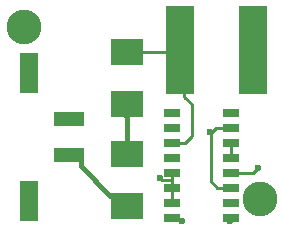
<source format=gtl>
G04*
G04 #@! TF.GenerationSoftware,Altium Limited,Altium Designer,19.0.12 (326)*
G04*
G04 Layer_Physical_Order=1*
G04 Layer_Color=255*
%FSLAX25Y25*%
%MOIN*%
G70*
G01*
G75*
%ADD19R,0.05709X0.02638*%
%ADD20R,0.06496X0.13504*%
%ADD21R,0.10000X0.05000*%
%ADD22R,0.10799X0.08500*%
%ADD23R,0.09449X0.29528*%
%ADD24C,0.00984*%
%ADD25C,0.01500*%
%ADD26C,0.11600*%
%ADD27C,0.02362*%
%ADD28C,0.05000*%
D19*
X98524Y77736D02*
D03*
Y72736D02*
D03*
Y67736D02*
D03*
Y62736D02*
D03*
Y57736D02*
D03*
Y52736D02*
D03*
Y47736D02*
D03*
Y42736D02*
D03*
X118012D02*
D03*
Y47736D02*
D03*
Y52736D02*
D03*
Y57736D02*
D03*
Y62736D02*
D03*
Y67736D02*
D03*
Y72736D02*
D03*
Y77736D02*
D03*
D20*
X50787Y48465D02*
D03*
Y90905D02*
D03*
D21*
X64291Y75591D02*
D03*
Y63779D02*
D03*
D22*
X83370Y46669D02*
D03*
Y64071D02*
D03*
Y98071D02*
D03*
Y80669D02*
D03*
D23*
X125591Y98819D02*
D03*
X101181D02*
D03*
D24*
X111024Y71260D02*
X111365D01*
X111516Y71109D01*
X118012Y72736D02*
X118051Y72776D01*
X118012Y57736D02*
X125453D01*
X127165Y59449D01*
X100433Y98071D02*
X101181Y98819D01*
X83370Y98071D02*
X100433D01*
X101705Y41996D02*
X101968Y41732D01*
X99264Y41996D02*
X101705D01*
X98524Y42736D02*
X99264Y41996D01*
X98524Y55512D02*
Y57736D01*
Y52736D02*
Y55512D01*
X94488Y55905D02*
X94882Y55512D01*
X98524D01*
Y47736D02*
Y52736D01*
X101181Y98819D02*
X102428Y97572D01*
Y83155D02*
Y97572D01*
Y83155D02*
X105020Y80564D01*
Y69909D02*
Y80564D01*
X102886Y67776D02*
X105020Y69909D01*
X98563Y67776D02*
X102886D01*
X98524Y67736D02*
X98563Y67776D01*
X117973Y72697D02*
X118012Y72736D01*
X113103Y72697D02*
X117973D01*
X111516Y71109D02*
X113103Y72697D01*
X111516Y54909D02*
Y71109D01*
Y54909D02*
X113649Y52776D01*
X117973D01*
X118012Y52736D01*
Y62736D02*
Y67736D01*
D25*
X83370Y64071D02*
Y78347D01*
X79870Y50169D02*
X83370Y46669D01*
X77901Y50169D02*
X79870D01*
X68132Y59938D02*
X77901Y50169D01*
X68132Y59938D02*
Y62029D01*
X66382Y63779D02*
X68132Y62029D01*
X64291Y63779D02*
X66382D01*
D26*
X49213Y106299D02*
D03*
X127953Y49213D02*
D03*
D27*
X111024Y71260D02*
D03*
X127165Y59449D02*
D03*
X64173Y75734D02*
D03*
X125870Y99606D02*
D03*
X101968Y41732D02*
D03*
X94488Y55905D02*
D03*
X117716Y41732D02*
D03*
D28*
X83370Y78347D02*
D03*
M02*

</source>
